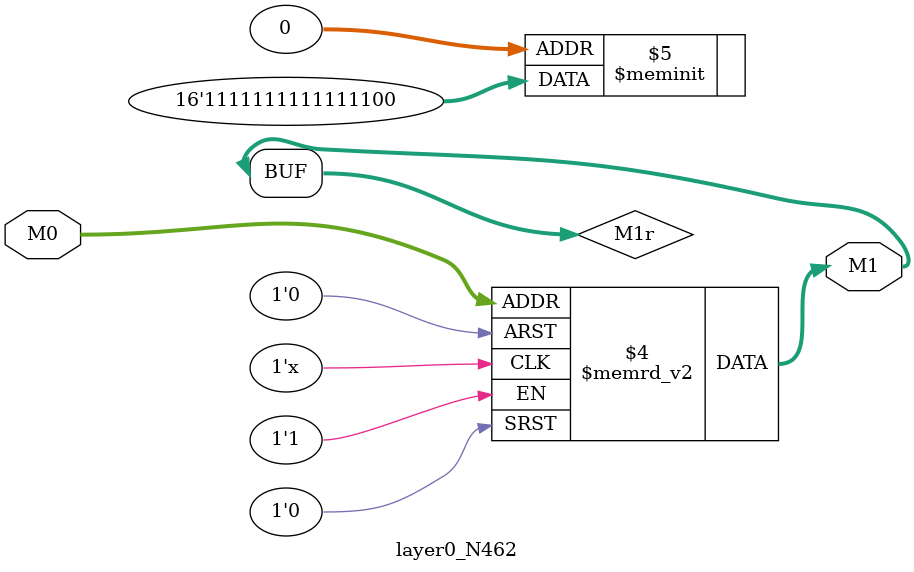
<source format=v>
module layer0_N462 ( input [2:0] M0, output [1:0] M1 );

	(*rom_style = "distributed" *) reg [1:0] M1r;
	assign M1 = M1r;
	always @ (M0) begin
		case (M0)
			3'b000: M1r = 2'b00;
			3'b100: M1r = 2'b11;
			3'b010: M1r = 2'b11;
			3'b110: M1r = 2'b11;
			3'b001: M1r = 2'b11;
			3'b101: M1r = 2'b11;
			3'b011: M1r = 2'b11;
			3'b111: M1r = 2'b11;

		endcase
	end
endmodule

</source>
